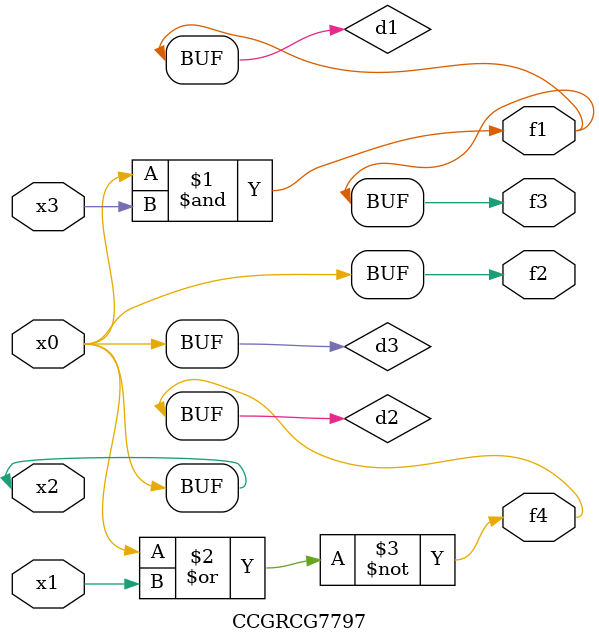
<source format=v>
module CCGRCG7797(
	input x0, x1, x2, x3,
	output f1, f2, f3, f4
);

	wire d1, d2, d3;

	and (d1, x2, x3);
	nor (d2, x0, x1);
	buf (d3, x0, x2);
	assign f1 = d1;
	assign f2 = d3;
	assign f3 = d1;
	assign f4 = d2;
endmodule

</source>
